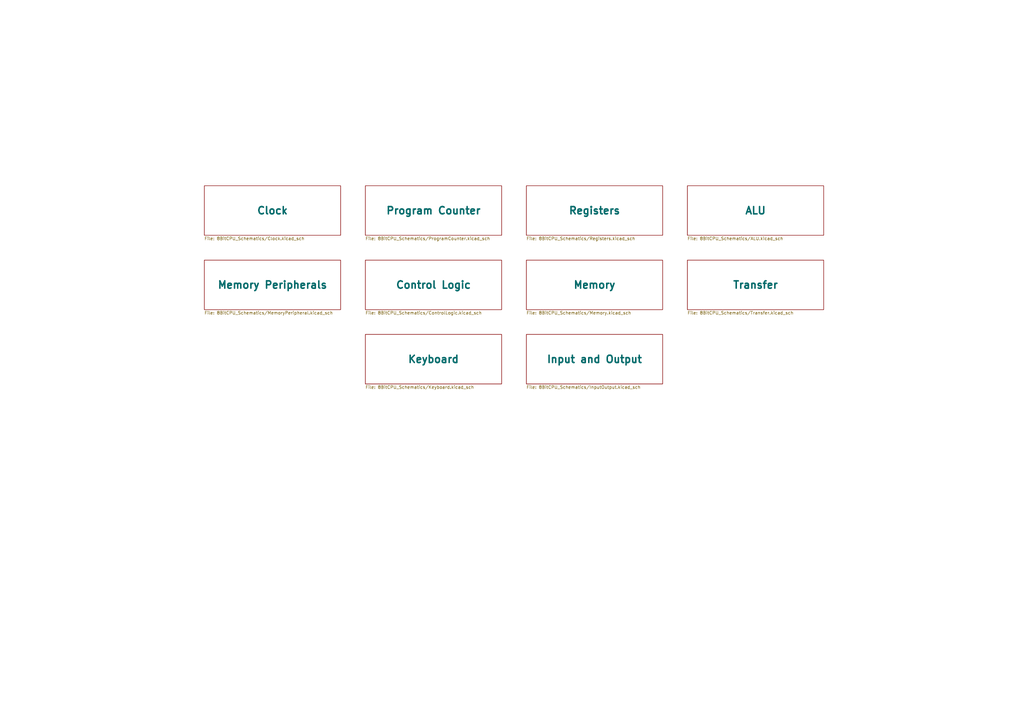
<source format=kicad_sch>
(kicad_sch (version 20211123) (generator eeschema)
  (paper "A3")
  (title_block (title "8-Bit CPU") (date "2022-01-19") (rev "V1.1") (company "Riley Stuermer"))
  (lib_symbols)
  (sheet (at 149.86 76.2) (size 55.88 20.32) (stroke (width 0.1524))
    (property "Sheet name" "Program Counter" (at 177.8 86.36 0) (effects (font (size 3 3) bold)))
    (property "Sheet file" "8BitCPU_Schematics/ProgramCounter.kicad_sch" (at 149.86 97.1046 0) (effects (justify left top)))
  )
  (sheet (at 281.94 76.2) (size 55.88 20.32) (stroke (width 0.1524))
    (property "Sheet name" "ALU" (at 309.88 86.36 0) (effects (font (size 3 3) bold)))
    (property "Sheet file" "8BitCPU_Schematics/ALU.kicad_sch" (at 281.94 97.1046 0) (effects (justify left top)))
  )
  (sheet (at 83.82 76.2) (size 55.88 20.32) (stroke (width 0.1524))
    (property "Sheet name" "Clock" (at 111.76 86.36 0) (effects (font (size 3 3) bold)))
    (property "Sheet file" "8BitCPU_Schematics/Clock.kicad_sch" (at 83.82 97.1046 0) (effects (justify left top)))
  )
  (sheet (at 149.86 106.68) (size 55.88 20.32) (stroke (width 0.1524))
    (property "Sheet name" "Control Logic" (at 177.8 116.84 0) (effects (font (size 3 3) bold)))
    (property "Sheet file" "8BitCPU_Schematics/ControlLogic.kicad_sch" (at 149.86 127.5846 0) (effects (justify left top)))
  )
  (sheet (at 215.9 106.68) (size 55.88 20.32) (stroke (width 0.1524))
    (property "Sheet name" "Memory" (at 243.84 116.84 0) (effects (font (size 3 3) bold)))
    (property "Sheet file" "8BitCPU_Schematics/Memory.kicad_sch" (at 215.9 127.5846 0) (effects (justify left top)))
  )
  (sheet (at 215.9 137.16) (size 55.88 20.32) (stroke (width 0.1524))
    (property "Sheet name" "Input and Output" (at 243.84 147.32 0) (effects (font (size 3 3) bold)))
    (property "Sheet file" "8BitCPU_Schematics/InputOutput.kicad_sch" (at 215.9 158.0646 0) (effects (justify left top)))
  )
  (sheet (at 281.94 106.68) (size 55.88 20.32) (stroke (width 0.1524))
    (property "Sheet name" "Transfer" (at 309.88 116.84 0) (effects (font (size 3 3) bold)))
    (property "Sheet file" "8BitCPU_Schematics/Transfer.kicad_sch" (at 281.94 127.5846 0) (effects (justify left top)))
  )
  (sheet (at 83.82 106.68) (size 55.88 20.32) (stroke (width 0.1524))
    (property "Sheet name" "Memory Peripherals" (at 111.76 116.84 0) (effects (font (size 3 3) bold)))
    (property "Sheet file" "8BitCPU_Schematics/MemoryPeripheral.kicad_sch" (at 83.82 127.5846 0) (effects (justify left top)))
  )
  (sheet (at 215.9 76.2) (size 55.88 20.32) (stroke (width 0.1524))
    (property "Sheet name" "Registers" (at 243.84 86.36 0) (effects (font (size 3 3) bold)))
    (property "Sheet file" "8BitCPU_Schematics/Registers.kicad_sch" (at 215.9 97.1046 0) (effects (justify left top)))
  )
  (sheet (at 149.86 137.16) (size 55.88 20.32) (stroke (width 0.1524))
    (property "Sheet name" "Keyboard" (at 177.8 147.32 0) (effects (font (size 3 3) bold)))
    (property "Sheet file" "8BitCPU_Schematics/Keyboard.kicad_sch" (at 149.86 158.0646 0) (effects (justify left top)))
  )
)
</source>
